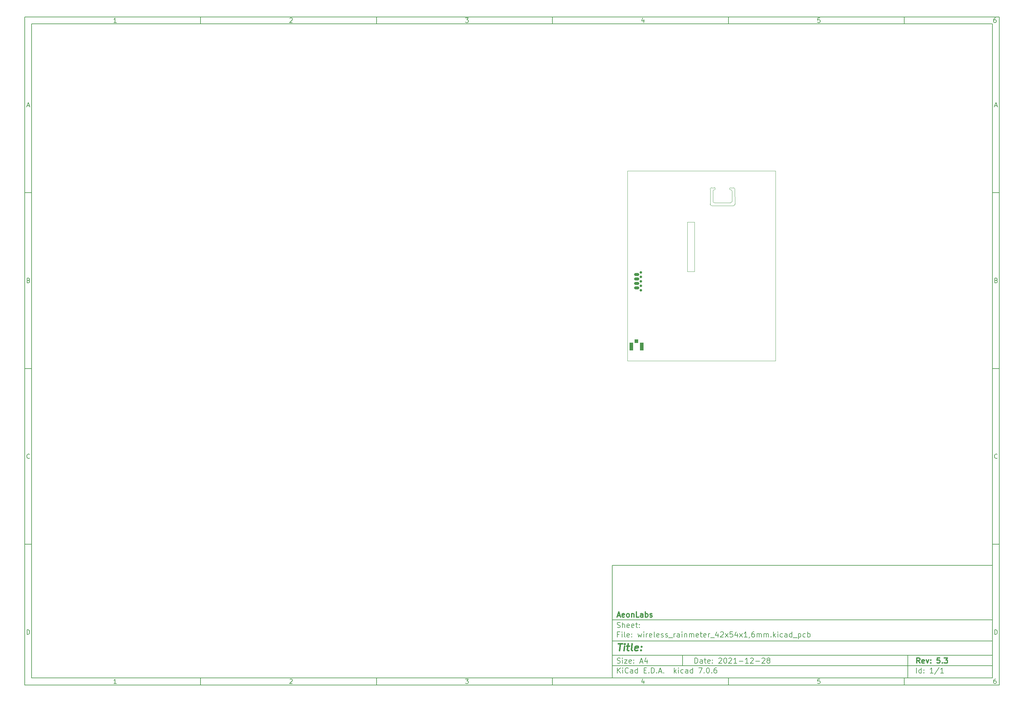
<source format=gbr>
G04 #@! TF.GenerationSoftware,KiCad,Pcbnew,7.0.6*
G04 #@! TF.CreationDate,2023-07-10T12:59:01+01:00*
G04 #@! TF.ProjectId,wireless_rainmeter_42x54x1_6mm,77697265-6c65-4737-935f-7261696e6d65,5.3*
G04 #@! TF.SameCoordinates,Original*
G04 #@! TF.FileFunction,Soldermask,Bot*
G04 #@! TF.FilePolarity,Negative*
%FSLAX46Y46*%
G04 Gerber Fmt 4.6, Leading zero omitted, Abs format (unit mm)*
G04 Created by KiCad (PCBNEW 7.0.6) date 2023-07-10 12:59:01*
%MOMM*%
%LPD*%
G01*
G04 APERTURE LIST*
%ADD10C,0.100000*%
%ADD11C,0.150000*%
%ADD12C,0.300000*%
%ADD13C,0.400000*%
%ADD14O,1.500000X0.800000*%
%ADD15C,0.700000*%
%ADD16R,1.050000X1.100000*%
%ADD17R,1.100000X2.250000*%
G04 #@! TA.AperFunction,Profile*
%ADD18C,0.100000*%
G04 #@! TD*
G04 APERTURE END LIST*
D10*
D11*
X177002200Y-166007200D02*
X285002200Y-166007200D01*
X285002200Y-198007200D01*
X177002200Y-198007200D01*
X177002200Y-166007200D01*
D10*
D11*
X10000000Y-10000000D02*
X287002200Y-10000000D01*
X287002200Y-200007200D01*
X10000000Y-200007200D01*
X10000000Y-10000000D01*
D10*
D11*
X12000000Y-12000000D02*
X285002200Y-12000000D01*
X285002200Y-198007200D01*
X12000000Y-198007200D01*
X12000000Y-12000000D01*
D10*
D11*
X60000000Y-12000000D02*
X60000000Y-10000000D01*
D10*
D11*
X110000000Y-12000000D02*
X110000000Y-10000000D01*
D10*
D11*
X160000000Y-12000000D02*
X160000000Y-10000000D01*
D10*
D11*
X210000000Y-12000000D02*
X210000000Y-10000000D01*
D10*
D11*
X260000000Y-12000000D02*
X260000000Y-10000000D01*
D10*
D11*
X36089160Y-11593604D02*
X35346303Y-11593604D01*
X35717731Y-11593604D02*
X35717731Y-10293604D01*
X35717731Y-10293604D02*
X35593922Y-10479319D01*
X35593922Y-10479319D02*
X35470112Y-10603128D01*
X35470112Y-10603128D02*
X35346303Y-10665033D01*
D10*
D11*
X85346303Y-10417414D02*
X85408207Y-10355509D01*
X85408207Y-10355509D02*
X85532017Y-10293604D01*
X85532017Y-10293604D02*
X85841541Y-10293604D01*
X85841541Y-10293604D02*
X85965350Y-10355509D01*
X85965350Y-10355509D02*
X86027255Y-10417414D01*
X86027255Y-10417414D02*
X86089160Y-10541223D01*
X86089160Y-10541223D02*
X86089160Y-10665033D01*
X86089160Y-10665033D02*
X86027255Y-10850747D01*
X86027255Y-10850747D02*
X85284398Y-11593604D01*
X85284398Y-11593604D02*
X86089160Y-11593604D01*
D10*
D11*
X135284398Y-10293604D02*
X136089160Y-10293604D01*
X136089160Y-10293604D02*
X135655826Y-10788842D01*
X135655826Y-10788842D02*
X135841541Y-10788842D01*
X135841541Y-10788842D02*
X135965350Y-10850747D01*
X135965350Y-10850747D02*
X136027255Y-10912652D01*
X136027255Y-10912652D02*
X136089160Y-11036461D01*
X136089160Y-11036461D02*
X136089160Y-11345985D01*
X136089160Y-11345985D02*
X136027255Y-11469795D01*
X136027255Y-11469795D02*
X135965350Y-11531700D01*
X135965350Y-11531700D02*
X135841541Y-11593604D01*
X135841541Y-11593604D02*
X135470112Y-11593604D01*
X135470112Y-11593604D02*
X135346303Y-11531700D01*
X135346303Y-11531700D02*
X135284398Y-11469795D01*
D10*
D11*
X185965350Y-10726938D02*
X185965350Y-11593604D01*
X185655826Y-10231700D02*
X185346303Y-11160271D01*
X185346303Y-11160271D02*
X186151064Y-11160271D01*
D10*
D11*
X236027255Y-10293604D02*
X235408207Y-10293604D01*
X235408207Y-10293604D02*
X235346303Y-10912652D01*
X235346303Y-10912652D02*
X235408207Y-10850747D01*
X235408207Y-10850747D02*
X235532017Y-10788842D01*
X235532017Y-10788842D02*
X235841541Y-10788842D01*
X235841541Y-10788842D02*
X235965350Y-10850747D01*
X235965350Y-10850747D02*
X236027255Y-10912652D01*
X236027255Y-10912652D02*
X236089160Y-11036461D01*
X236089160Y-11036461D02*
X236089160Y-11345985D01*
X236089160Y-11345985D02*
X236027255Y-11469795D01*
X236027255Y-11469795D02*
X235965350Y-11531700D01*
X235965350Y-11531700D02*
X235841541Y-11593604D01*
X235841541Y-11593604D02*
X235532017Y-11593604D01*
X235532017Y-11593604D02*
X235408207Y-11531700D01*
X235408207Y-11531700D02*
X235346303Y-11469795D01*
D10*
D11*
X285965350Y-10293604D02*
X285717731Y-10293604D01*
X285717731Y-10293604D02*
X285593922Y-10355509D01*
X285593922Y-10355509D02*
X285532017Y-10417414D01*
X285532017Y-10417414D02*
X285408207Y-10603128D01*
X285408207Y-10603128D02*
X285346303Y-10850747D01*
X285346303Y-10850747D02*
X285346303Y-11345985D01*
X285346303Y-11345985D02*
X285408207Y-11469795D01*
X285408207Y-11469795D02*
X285470112Y-11531700D01*
X285470112Y-11531700D02*
X285593922Y-11593604D01*
X285593922Y-11593604D02*
X285841541Y-11593604D01*
X285841541Y-11593604D02*
X285965350Y-11531700D01*
X285965350Y-11531700D02*
X286027255Y-11469795D01*
X286027255Y-11469795D02*
X286089160Y-11345985D01*
X286089160Y-11345985D02*
X286089160Y-11036461D01*
X286089160Y-11036461D02*
X286027255Y-10912652D01*
X286027255Y-10912652D02*
X285965350Y-10850747D01*
X285965350Y-10850747D02*
X285841541Y-10788842D01*
X285841541Y-10788842D02*
X285593922Y-10788842D01*
X285593922Y-10788842D02*
X285470112Y-10850747D01*
X285470112Y-10850747D02*
X285408207Y-10912652D01*
X285408207Y-10912652D02*
X285346303Y-11036461D01*
D10*
D11*
X60000000Y-198007200D02*
X60000000Y-200007200D01*
D10*
D11*
X110000000Y-198007200D02*
X110000000Y-200007200D01*
D10*
D11*
X160000000Y-198007200D02*
X160000000Y-200007200D01*
D10*
D11*
X210000000Y-198007200D02*
X210000000Y-200007200D01*
D10*
D11*
X260000000Y-198007200D02*
X260000000Y-200007200D01*
D10*
D11*
X36089160Y-199600804D02*
X35346303Y-199600804D01*
X35717731Y-199600804D02*
X35717731Y-198300804D01*
X35717731Y-198300804D02*
X35593922Y-198486519D01*
X35593922Y-198486519D02*
X35470112Y-198610328D01*
X35470112Y-198610328D02*
X35346303Y-198672233D01*
D10*
D11*
X85346303Y-198424614D02*
X85408207Y-198362709D01*
X85408207Y-198362709D02*
X85532017Y-198300804D01*
X85532017Y-198300804D02*
X85841541Y-198300804D01*
X85841541Y-198300804D02*
X85965350Y-198362709D01*
X85965350Y-198362709D02*
X86027255Y-198424614D01*
X86027255Y-198424614D02*
X86089160Y-198548423D01*
X86089160Y-198548423D02*
X86089160Y-198672233D01*
X86089160Y-198672233D02*
X86027255Y-198857947D01*
X86027255Y-198857947D02*
X85284398Y-199600804D01*
X85284398Y-199600804D02*
X86089160Y-199600804D01*
D10*
D11*
X135284398Y-198300804D02*
X136089160Y-198300804D01*
X136089160Y-198300804D02*
X135655826Y-198796042D01*
X135655826Y-198796042D02*
X135841541Y-198796042D01*
X135841541Y-198796042D02*
X135965350Y-198857947D01*
X135965350Y-198857947D02*
X136027255Y-198919852D01*
X136027255Y-198919852D02*
X136089160Y-199043661D01*
X136089160Y-199043661D02*
X136089160Y-199353185D01*
X136089160Y-199353185D02*
X136027255Y-199476995D01*
X136027255Y-199476995D02*
X135965350Y-199538900D01*
X135965350Y-199538900D02*
X135841541Y-199600804D01*
X135841541Y-199600804D02*
X135470112Y-199600804D01*
X135470112Y-199600804D02*
X135346303Y-199538900D01*
X135346303Y-199538900D02*
X135284398Y-199476995D01*
D10*
D11*
X185965350Y-198734138D02*
X185965350Y-199600804D01*
X185655826Y-198238900D02*
X185346303Y-199167471D01*
X185346303Y-199167471D02*
X186151064Y-199167471D01*
D10*
D11*
X236027255Y-198300804D02*
X235408207Y-198300804D01*
X235408207Y-198300804D02*
X235346303Y-198919852D01*
X235346303Y-198919852D02*
X235408207Y-198857947D01*
X235408207Y-198857947D02*
X235532017Y-198796042D01*
X235532017Y-198796042D02*
X235841541Y-198796042D01*
X235841541Y-198796042D02*
X235965350Y-198857947D01*
X235965350Y-198857947D02*
X236027255Y-198919852D01*
X236027255Y-198919852D02*
X236089160Y-199043661D01*
X236089160Y-199043661D02*
X236089160Y-199353185D01*
X236089160Y-199353185D02*
X236027255Y-199476995D01*
X236027255Y-199476995D02*
X235965350Y-199538900D01*
X235965350Y-199538900D02*
X235841541Y-199600804D01*
X235841541Y-199600804D02*
X235532017Y-199600804D01*
X235532017Y-199600804D02*
X235408207Y-199538900D01*
X235408207Y-199538900D02*
X235346303Y-199476995D01*
D10*
D11*
X285965350Y-198300804D02*
X285717731Y-198300804D01*
X285717731Y-198300804D02*
X285593922Y-198362709D01*
X285593922Y-198362709D02*
X285532017Y-198424614D01*
X285532017Y-198424614D02*
X285408207Y-198610328D01*
X285408207Y-198610328D02*
X285346303Y-198857947D01*
X285346303Y-198857947D02*
X285346303Y-199353185D01*
X285346303Y-199353185D02*
X285408207Y-199476995D01*
X285408207Y-199476995D02*
X285470112Y-199538900D01*
X285470112Y-199538900D02*
X285593922Y-199600804D01*
X285593922Y-199600804D02*
X285841541Y-199600804D01*
X285841541Y-199600804D02*
X285965350Y-199538900D01*
X285965350Y-199538900D02*
X286027255Y-199476995D01*
X286027255Y-199476995D02*
X286089160Y-199353185D01*
X286089160Y-199353185D02*
X286089160Y-199043661D01*
X286089160Y-199043661D02*
X286027255Y-198919852D01*
X286027255Y-198919852D02*
X285965350Y-198857947D01*
X285965350Y-198857947D02*
X285841541Y-198796042D01*
X285841541Y-198796042D02*
X285593922Y-198796042D01*
X285593922Y-198796042D02*
X285470112Y-198857947D01*
X285470112Y-198857947D02*
X285408207Y-198919852D01*
X285408207Y-198919852D02*
X285346303Y-199043661D01*
D10*
D11*
X10000000Y-60000000D02*
X12000000Y-60000000D01*
D10*
D11*
X10000000Y-110000000D02*
X12000000Y-110000000D01*
D10*
D11*
X10000000Y-160000000D02*
X12000000Y-160000000D01*
D10*
D11*
X10690476Y-35222176D02*
X11309523Y-35222176D01*
X10566666Y-35593604D02*
X10999999Y-34293604D01*
X10999999Y-34293604D02*
X11433333Y-35593604D01*
D10*
D11*
X11092857Y-84912652D02*
X11278571Y-84974557D01*
X11278571Y-84974557D02*
X11340476Y-85036461D01*
X11340476Y-85036461D02*
X11402380Y-85160271D01*
X11402380Y-85160271D02*
X11402380Y-85345985D01*
X11402380Y-85345985D02*
X11340476Y-85469795D01*
X11340476Y-85469795D02*
X11278571Y-85531700D01*
X11278571Y-85531700D02*
X11154761Y-85593604D01*
X11154761Y-85593604D02*
X10659523Y-85593604D01*
X10659523Y-85593604D02*
X10659523Y-84293604D01*
X10659523Y-84293604D02*
X11092857Y-84293604D01*
X11092857Y-84293604D02*
X11216666Y-84355509D01*
X11216666Y-84355509D02*
X11278571Y-84417414D01*
X11278571Y-84417414D02*
X11340476Y-84541223D01*
X11340476Y-84541223D02*
X11340476Y-84665033D01*
X11340476Y-84665033D02*
X11278571Y-84788842D01*
X11278571Y-84788842D02*
X11216666Y-84850747D01*
X11216666Y-84850747D02*
X11092857Y-84912652D01*
X11092857Y-84912652D02*
X10659523Y-84912652D01*
D10*
D11*
X11402380Y-135469795D02*
X11340476Y-135531700D01*
X11340476Y-135531700D02*
X11154761Y-135593604D01*
X11154761Y-135593604D02*
X11030952Y-135593604D01*
X11030952Y-135593604D02*
X10845238Y-135531700D01*
X10845238Y-135531700D02*
X10721428Y-135407890D01*
X10721428Y-135407890D02*
X10659523Y-135284080D01*
X10659523Y-135284080D02*
X10597619Y-135036461D01*
X10597619Y-135036461D02*
X10597619Y-134850747D01*
X10597619Y-134850747D02*
X10659523Y-134603128D01*
X10659523Y-134603128D02*
X10721428Y-134479319D01*
X10721428Y-134479319D02*
X10845238Y-134355509D01*
X10845238Y-134355509D02*
X11030952Y-134293604D01*
X11030952Y-134293604D02*
X11154761Y-134293604D01*
X11154761Y-134293604D02*
X11340476Y-134355509D01*
X11340476Y-134355509D02*
X11402380Y-134417414D01*
D10*
D11*
X10659523Y-185593604D02*
X10659523Y-184293604D01*
X10659523Y-184293604D02*
X10969047Y-184293604D01*
X10969047Y-184293604D02*
X11154761Y-184355509D01*
X11154761Y-184355509D02*
X11278571Y-184479319D01*
X11278571Y-184479319D02*
X11340476Y-184603128D01*
X11340476Y-184603128D02*
X11402380Y-184850747D01*
X11402380Y-184850747D02*
X11402380Y-185036461D01*
X11402380Y-185036461D02*
X11340476Y-185284080D01*
X11340476Y-185284080D02*
X11278571Y-185407890D01*
X11278571Y-185407890D02*
X11154761Y-185531700D01*
X11154761Y-185531700D02*
X10969047Y-185593604D01*
X10969047Y-185593604D02*
X10659523Y-185593604D01*
D10*
D11*
X287002200Y-60000000D02*
X285002200Y-60000000D01*
D10*
D11*
X287002200Y-110000000D02*
X285002200Y-110000000D01*
D10*
D11*
X287002200Y-160000000D02*
X285002200Y-160000000D01*
D10*
D11*
X285692676Y-35222176D02*
X286311723Y-35222176D01*
X285568866Y-35593604D02*
X286002199Y-34293604D01*
X286002199Y-34293604D02*
X286435533Y-35593604D01*
D10*
D11*
X286095057Y-84912652D02*
X286280771Y-84974557D01*
X286280771Y-84974557D02*
X286342676Y-85036461D01*
X286342676Y-85036461D02*
X286404580Y-85160271D01*
X286404580Y-85160271D02*
X286404580Y-85345985D01*
X286404580Y-85345985D02*
X286342676Y-85469795D01*
X286342676Y-85469795D02*
X286280771Y-85531700D01*
X286280771Y-85531700D02*
X286156961Y-85593604D01*
X286156961Y-85593604D02*
X285661723Y-85593604D01*
X285661723Y-85593604D02*
X285661723Y-84293604D01*
X285661723Y-84293604D02*
X286095057Y-84293604D01*
X286095057Y-84293604D02*
X286218866Y-84355509D01*
X286218866Y-84355509D02*
X286280771Y-84417414D01*
X286280771Y-84417414D02*
X286342676Y-84541223D01*
X286342676Y-84541223D02*
X286342676Y-84665033D01*
X286342676Y-84665033D02*
X286280771Y-84788842D01*
X286280771Y-84788842D02*
X286218866Y-84850747D01*
X286218866Y-84850747D02*
X286095057Y-84912652D01*
X286095057Y-84912652D02*
X285661723Y-84912652D01*
D10*
D11*
X286404580Y-135469795D02*
X286342676Y-135531700D01*
X286342676Y-135531700D02*
X286156961Y-135593604D01*
X286156961Y-135593604D02*
X286033152Y-135593604D01*
X286033152Y-135593604D02*
X285847438Y-135531700D01*
X285847438Y-135531700D02*
X285723628Y-135407890D01*
X285723628Y-135407890D02*
X285661723Y-135284080D01*
X285661723Y-135284080D02*
X285599819Y-135036461D01*
X285599819Y-135036461D02*
X285599819Y-134850747D01*
X285599819Y-134850747D02*
X285661723Y-134603128D01*
X285661723Y-134603128D02*
X285723628Y-134479319D01*
X285723628Y-134479319D02*
X285847438Y-134355509D01*
X285847438Y-134355509D02*
X286033152Y-134293604D01*
X286033152Y-134293604D02*
X286156961Y-134293604D01*
X286156961Y-134293604D02*
X286342676Y-134355509D01*
X286342676Y-134355509D02*
X286404580Y-134417414D01*
D10*
D11*
X285661723Y-185593604D02*
X285661723Y-184293604D01*
X285661723Y-184293604D02*
X285971247Y-184293604D01*
X285971247Y-184293604D02*
X286156961Y-184355509D01*
X286156961Y-184355509D02*
X286280771Y-184479319D01*
X286280771Y-184479319D02*
X286342676Y-184603128D01*
X286342676Y-184603128D02*
X286404580Y-184850747D01*
X286404580Y-184850747D02*
X286404580Y-185036461D01*
X286404580Y-185036461D02*
X286342676Y-185284080D01*
X286342676Y-185284080D02*
X286280771Y-185407890D01*
X286280771Y-185407890D02*
X286156961Y-185531700D01*
X286156961Y-185531700D02*
X285971247Y-185593604D01*
X285971247Y-185593604D02*
X285661723Y-185593604D01*
D10*
D11*
X200458026Y-193793328D02*
X200458026Y-192293328D01*
X200458026Y-192293328D02*
X200815169Y-192293328D01*
X200815169Y-192293328D02*
X201029455Y-192364757D01*
X201029455Y-192364757D02*
X201172312Y-192507614D01*
X201172312Y-192507614D02*
X201243741Y-192650471D01*
X201243741Y-192650471D02*
X201315169Y-192936185D01*
X201315169Y-192936185D02*
X201315169Y-193150471D01*
X201315169Y-193150471D02*
X201243741Y-193436185D01*
X201243741Y-193436185D02*
X201172312Y-193579042D01*
X201172312Y-193579042D02*
X201029455Y-193721900D01*
X201029455Y-193721900D02*
X200815169Y-193793328D01*
X200815169Y-193793328D02*
X200458026Y-193793328D01*
X202600884Y-193793328D02*
X202600884Y-193007614D01*
X202600884Y-193007614D02*
X202529455Y-192864757D01*
X202529455Y-192864757D02*
X202386598Y-192793328D01*
X202386598Y-192793328D02*
X202100884Y-192793328D01*
X202100884Y-192793328D02*
X201958026Y-192864757D01*
X202600884Y-193721900D02*
X202458026Y-193793328D01*
X202458026Y-193793328D02*
X202100884Y-193793328D01*
X202100884Y-193793328D02*
X201958026Y-193721900D01*
X201958026Y-193721900D02*
X201886598Y-193579042D01*
X201886598Y-193579042D02*
X201886598Y-193436185D01*
X201886598Y-193436185D02*
X201958026Y-193293328D01*
X201958026Y-193293328D02*
X202100884Y-193221900D01*
X202100884Y-193221900D02*
X202458026Y-193221900D01*
X202458026Y-193221900D02*
X202600884Y-193150471D01*
X203100884Y-192793328D02*
X203672312Y-192793328D01*
X203315169Y-192293328D02*
X203315169Y-193579042D01*
X203315169Y-193579042D02*
X203386598Y-193721900D01*
X203386598Y-193721900D02*
X203529455Y-193793328D01*
X203529455Y-193793328D02*
X203672312Y-193793328D01*
X204743741Y-193721900D02*
X204600884Y-193793328D01*
X204600884Y-193793328D02*
X204315170Y-193793328D01*
X204315170Y-193793328D02*
X204172312Y-193721900D01*
X204172312Y-193721900D02*
X204100884Y-193579042D01*
X204100884Y-193579042D02*
X204100884Y-193007614D01*
X204100884Y-193007614D02*
X204172312Y-192864757D01*
X204172312Y-192864757D02*
X204315170Y-192793328D01*
X204315170Y-192793328D02*
X204600884Y-192793328D01*
X204600884Y-192793328D02*
X204743741Y-192864757D01*
X204743741Y-192864757D02*
X204815170Y-193007614D01*
X204815170Y-193007614D02*
X204815170Y-193150471D01*
X204815170Y-193150471D02*
X204100884Y-193293328D01*
X205458026Y-193650471D02*
X205529455Y-193721900D01*
X205529455Y-193721900D02*
X205458026Y-193793328D01*
X205458026Y-193793328D02*
X205386598Y-193721900D01*
X205386598Y-193721900D02*
X205458026Y-193650471D01*
X205458026Y-193650471D02*
X205458026Y-193793328D01*
X205458026Y-192864757D02*
X205529455Y-192936185D01*
X205529455Y-192936185D02*
X205458026Y-193007614D01*
X205458026Y-193007614D02*
X205386598Y-192936185D01*
X205386598Y-192936185D02*
X205458026Y-192864757D01*
X205458026Y-192864757D02*
X205458026Y-193007614D01*
X207243741Y-192436185D02*
X207315169Y-192364757D01*
X207315169Y-192364757D02*
X207458027Y-192293328D01*
X207458027Y-192293328D02*
X207815169Y-192293328D01*
X207815169Y-192293328D02*
X207958027Y-192364757D01*
X207958027Y-192364757D02*
X208029455Y-192436185D01*
X208029455Y-192436185D02*
X208100884Y-192579042D01*
X208100884Y-192579042D02*
X208100884Y-192721900D01*
X208100884Y-192721900D02*
X208029455Y-192936185D01*
X208029455Y-192936185D02*
X207172312Y-193793328D01*
X207172312Y-193793328D02*
X208100884Y-193793328D01*
X209029455Y-192293328D02*
X209172312Y-192293328D01*
X209172312Y-192293328D02*
X209315169Y-192364757D01*
X209315169Y-192364757D02*
X209386598Y-192436185D01*
X209386598Y-192436185D02*
X209458026Y-192579042D01*
X209458026Y-192579042D02*
X209529455Y-192864757D01*
X209529455Y-192864757D02*
X209529455Y-193221900D01*
X209529455Y-193221900D02*
X209458026Y-193507614D01*
X209458026Y-193507614D02*
X209386598Y-193650471D01*
X209386598Y-193650471D02*
X209315169Y-193721900D01*
X209315169Y-193721900D02*
X209172312Y-193793328D01*
X209172312Y-193793328D02*
X209029455Y-193793328D01*
X209029455Y-193793328D02*
X208886598Y-193721900D01*
X208886598Y-193721900D02*
X208815169Y-193650471D01*
X208815169Y-193650471D02*
X208743740Y-193507614D01*
X208743740Y-193507614D02*
X208672312Y-193221900D01*
X208672312Y-193221900D02*
X208672312Y-192864757D01*
X208672312Y-192864757D02*
X208743740Y-192579042D01*
X208743740Y-192579042D02*
X208815169Y-192436185D01*
X208815169Y-192436185D02*
X208886598Y-192364757D01*
X208886598Y-192364757D02*
X209029455Y-192293328D01*
X210100883Y-192436185D02*
X210172311Y-192364757D01*
X210172311Y-192364757D02*
X210315169Y-192293328D01*
X210315169Y-192293328D02*
X210672311Y-192293328D01*
X210672311Y-192293328D02*
X210815169Y-192364757D01*
X210815169Y-192364757D02*
X210886597Y-192436185D01*
X210886597Y-192436185D02*
X210958026Y-192579042D01*
X210958026Y-192579042D02*
X210958026Y-192721900D01*
X210958026Y-192721900D02*
X210886597Y-192936185D01*
X210886597Y-192936185D02*
X210029454Y-193793328D01*
X210029454Y-193793328D02*
X210958026Y-193793328D01*
X212386597Y-193793328D02*
X211529454Y-193793328D01*
X211958025Y-193793328D02*
X211958025Y-192293328D01*
X211958025Y-192293328D02*
X211815168Y-192507614D01*
X211815168Y-192507614D02*
X211672311Y-192650471D01*
X211672311Y-192650471D02*
X211529454Y-192721900D01*
X213029453Y-193221900D02*
X214172311Y-193221900D01*
X215672311Y-193793328D02*
X214815168Y-193793328D01*
X215243739Y-193793328D02*
X215243739Y-192293328D01*
X215243739Y-192293328D02*
X215100882Y-192507614D01*
X215100882Y-192507614D02*
X214958025Y-192650471D01*
X214958025Y-192650471D02*
X214815168Y-192721900D01*
X216243739Y-192436185D02*
X216315167Y-192364757D01*
X216315167Y-192364757D02*
X216458025Y-192293328D01*
X216458025Y-192293328D02*
X216815167Y-192293328D01*
X216815167Y-192293328D02*
X216958025Y-192364757D01*
X216958025Y-192364757D02*
X217029453Y-192436185D01*
X217029453Y-192436185D02*
X217100882Y-192579042D01*
X217100882Y-192579042D02*
X217100882Y-192721900D01*
X217100882Y-192721900D02*
X217029453Y-192936185D01*
X217029453Y-192936185D02*
X216172310Y-193793328D01*
X216172310Y-193793328D02*
X217100882Y-193793328D01*
X217743738Y-193221900D02*
X218886596Y-193221900D01*
X219529453Y-192436185D02*
X219600881Y-192364757D01*
X219600881Y-192364757D02*
X219743739Y-192293328D01*
X219743739Y-192293328D02*
X220100881Y-192293328D01*
X220100881Y-192293328D02*
X220243739Y-192364757D01*
X220243739Y-192364757D02*
X220315167Y-192436185D01*
X220315167Y-192436185D02*
X220386596Y-192579042D01*
X220386596Y-192579042D02*
X220386596Y-192721900D01*
X220386596Y-192721900D02*
X220315167Y-192936185D01*
X220315167Y-192936185D02*
X219458024Y-193793328D01*
X219458024Y-193793328D02*
X220386596Y-193793328D01*
X221243738Y-192936185D02*
X221100881Y-192864757D01*
X221100881Y-192864757D02*
X221029452Y-192793328D01*
X221029452Y-192793328D02*
X220958024Y-192650471D01*
X220958024Y-192650471D02*
X220958024Y-192579042D01*
X220958024Y-192579042D02*
X221029452Y-192436185D01*
X221029452Y-192436185D02*
X221100881Y-192364757D01*
X221100881Y-192364757D02*
X221243738Y-192293328D01*
X221243738Y-192293328D02*
X221529452Y-192293328D01*
X221529452Y-192293328D02*
X221672310Y-192364757D01*
X221672310Y-192364757D02*
X221743738Y-192436185D01*
X221743738Y-192436185D02*
X221815167Y-192579042D01*
X221815167Y-192579042D02*
X221815167Y-192650471D01*
X221815167Y-192650471D02*
X221743738Y-192793328D01*
X221743738Y-192793328D02*
X221672310Y-192864757D01*
X221672310Y-192864757D02*
X221529452Y-192936185D01*
X221529452Y-192936185D02*
X221243738Y-192936185D01*
X221243738Y-192936185D02*
X221100881Y-193007614D01*
X221100881Y-193007614D02*
X221029452Y-193079042D01*
X221029452Y-193079042D02*
X220958024Y-193221900D01*
X220958024Y-193221900D02*
X220958024Y-193507614D01*
X220958024Y-193507614D02*
X221029452Y-193650471D01*
X221029452Y-193650471D02*
X221100881Y-193721900D01*
X221100881Y-193721900D02*
X221243738Y-193793328D01*
X221243738Y-193793328D02*
X221529452Y-193793328D01*
X221529452Y-193793328D02*
X221672310Y-193721900D01*
X221672310Y-193721900D02*
X221743738Y-193650471D01*
X221743738Y-193650471D02*
X221815167Y-193507614D01*
X221815167Y-193507614D02*
X221815167Y-193221900D01*
X221815167Y-193221900D02*
X221743738Y-193079042D01*
X221743738Y-193079042D02*
X221672310Y-193007614D01*
X221672310Y-193007614D02*
X221529452Y-192936185D01*
D10*
D11*
X177002200Y-194507200D02*
X285002200Y-194507200D01*
D10*
D11*
X178458026Y-196593328D02*
X178458026Y-195093328D01*
X179315169Y-196593328D02*
X178672312Y-195736185D01*
X179315169Y-195093328D02*
X178458026Y-195950471D01*
X179958026Y-196593328D02*
X179958026Y-195593328D01*
X179958026Y-195093328D02*
X179886598Y-195164757D01*
X179886598Y-195164757D02*
X179958026Y-195236185D01*
X179958026Y-195236185D02*
X180029455Y-195164757D01*
X180029455Y-195164757D02*
X179958026Y-195093328D01*
X179958026Y-195093328D02*
X179958026Y-195236185D01*
X181529455Y-196450471D02*
X181458027Y-196521900D01*
X181458027Y-196521900D02*
X181243741Y-196593328D01*
X181243741Y-196593328D02*
X181100884Y-196593328D01*
X181100884Y-196593328D02*
X180886598Y-196521900D01*
X180886598Y-196521900D02*
X180743741Y-196379042D01*
X180743741Y-196379042D02*
X180672312Y-196236185D01*
X180672312Y-196236185D02*
X180600884Y-195950471D01*
X180600884Y-195950471D02*
X180600884Y-195736185D01*
X180600884Y-195736185D02*
X180672312Y-195450471D01*
X180672312Y-195450471D02*
X180743741Y-195307614D01*
X180743741Y-195307614D02*
X180886598Y-195164757D01*
X180886598Y-195164757D02*
X181100884Y-195093328D01*
X181100884Y-195093328D02*
X181243741Y-195093328D01*
X181243741Y-195093328D02*
X181458027Y-195164757D01*
X181458027Y-195164757D02*
X181529455Y-195236185D01*
X182815170Y-196593328D02*
X182815170Y-195807614D01*
X182815170Y-195807614D02*
X182743741Y-195664757D01*
X182743741Y-195664757D02*
X182600884Y-195593328D01*
X182600884Y-195593328D02*
X182315170Y-195593328D01*
X182315170Y-195593328D02*
X182172312Y-195664757D01*
X182815170Y-196521900D02*
X182672312Y-196593328D01*
X182672312Y-196593328D02*
X182315170Y-196593328D01*
X182315170Y-196593328D02*
X182172312Y-196521900D01*
X182172312Y-196521900D02*
X182100884Y-196379042D01*
X182100884Y-196379042D02*
X182100884Y-196236185D01*
X182100884Y-196236185D02*
X182172312Y-196093328D01*
X182172312Y-196093328D02*
X182315170Y-196021900D01*
X182315170Y-196021900D02*
X182672312Y-196021900D01*
X182672312Y-196021900D02*
X182815170Y-195950471D01*
X184172313Y-196593328D02*
X184172313Y-195093328D01*
X184172313Y-196521900D02*
X184029455Y-196593328D01*
X184029455Y-196593328D02*
X183743741Y-196593328D01*
X183743741Y-196593328D02*
X183600884Y-196521900D01*
X183600884Y-196521900D02*
X183529455Y-196450471D01*
X183529455Y-196450471D02*
X183458027Y-196307614D01*
X183458027Y-196307614D02*
X183458027Y-195879042D01*
X183458027Y-195879042D02*
X183529455Y-195736185D01*
X183529455Y-195736185D02*
X183600884Y-195664757D01*
X183600884Y-195664757D02*
X183743741Y-195593328D01*
X183743741Y-195593328D02*
X184029455Y-195593328D01*
X184029455Y-195593328D02*
X184172313Y-195664757D01*
X186029455Y-195807614D02*
X186529455Y-195807614D01*
X186743741Y-196593328D02*
X186029455Y-196593328D01*
X186029455Y-196593328D02*
X186029455Y-195093328D01*
X186029455Y-195093328D02*
X186743741Y-195093328D01*
X187386598Y-196450471D02*
X187458027Y-196521900D01*
X187458027Y-196521900D02*
X187386598Y-196593328D01*
X187386598Y-196593328D02*
X187315170Y-196521900D01*
X187315170Y-196521900D02*
X187386598Y-196450471D01*
X187386598Y-196450471D02*
X187386598Y-196593328D01*
X188100884Y-196593328D02*
X188100884Y-195093328D01*
X188100884Y-195093328D02*
X188458027Y-195093328D01*
X188458027Y-195093328D02*
X188672313Y-195164757D01*
X188672313Y-195164757D02*
X188815170Y-195307614D01*
X188815170Y-195307614D02*
X188886599Y-195450471D01*
X188886599Y-195450471D02*
X188958027Y-195736185D01*
X188958027Y-195736185D02*
X188958027Y-195950471D01*
X188958027Y-195950471D02*
X188886599Y-196236185D01*
X188886599Y-196236185D02*
X188815170Y-196379042D01*
X188815170Y-196379042D02*
X188672313Y-196521900D01*
X188672313Y-196521900D02*
X188458027Y-196593328D01*
X188458027Y-196593328D02*
X188100884Y-196593328D01*
X189600884Y-196450471D02*
X189672313Y-196521900D01*
X189672313Y-196521900D02*
X189600884Y-196593328D01*
X189600884Y-196593328D02*
X189529456Y-196521900D01*
X189529456Y-196521900D02*
X189600884Y-196450471D01*
X189600884Y-196450471D02*
X189600884Y-196593328D01*
X190243742Y-196164757D02*
X190958028Y-196164757D01*
X190100885Y-196593328D02*
X190600885Y-195093328D01*
X190600885Y-195093328D02*
X191100885Y-196593328D01*
X191600884Y-196450471D02*
X191672313Y-196521900D01*
X191672313Y-196521900D02*
X191600884Y-196593328D01*
X191600884Y-196593328D02*
X191529456Y-196521900D01*
X191529456Y-196521900D02*
X191600884Y-196450471D01*
X191600884Y-196450471D02*
X191600884Y-196593328D01*
X194600884Y-196593328D02*
X194600884Y-195093328D01*
X194743742Y-196021900D02*
X195172313Y-196593328D01*
X195172313Y-195593328D02*
X194600884Y-196164757D01*
X195815170Y-196593328D02*
X195815170Y-195593328D01*
X195815170Y-195093328D02*
X195743742Y-195164757D01*
X195743742Y-195164757D02*
X195815170Y-195236185D01*
X195815170Y-195236185D02*
X195886599Y-195164757D01*
X195886599Y-195164757D02*
X195815170Y-195093328D01*
X195815170Y-195093328D02*
X195815170Y-195236185D01*
X197172314Y-196521900D02*
X197029456Y-196593328D01*
X197029456Y-196593328D02*
X196743742Y-196593328D01*
X196743742Y-196593328D02*
X196600885Y-196521900D01*
X196600885Y-196521900D02*
X196529456Y-196450471D01*
X196529456Y-196450471D02*
X196458028Y-196307614D01*
X196458028Y-196307614D02*
X196458028Y-195879042D01*
X196458028Y-195879042D02*
X196529456Y-195736185D01*
X196529456Y-195736185D02*
X196600885Y-195664757D01*
X196600885Y-195664757D02*
X196743742Y-195593328D01*
X196743742Y-195593328D02*
X197029456Y-195593328D01*
X197029456Y-195593328D02*
X197172314Y-195664757D01*
X198458028Y-196593328D02*
X198458028Y-195807614D01*
X198458028Y-195807614D02*
X198386599Y-195664757D01*
X198386599Y-195664757D02*
X198243742Y-195593328D01*
X198243742Y-195593328D02*
X197958028Y-195593328D01*
X197958028Y-195593328D02*
X197815170Y-195664757D01*
X198458028Y-196521900D02*
X198315170Y-196593328D01*
X198315170Y-196593328D02*
X197958028Y-196593328D01*
X197958028Y-196593328D02*
X197815170Y-196521900D01*
X197815170Y-196521900D02*
X197743742Y-196379042D01*
X197743742Y-196379042D02*
X197743742Y-196236185D01*
X197743742Y-196236185D02*
X197815170Y-196093328D01*
X197815170Y-196093328D02*
X197958028Y-196021900D01*
X197958028Y-196021900D02*
X198315170Y-196021900D01*
X198315170Y-196021900D02*
X198458028Y-195950471D01*
X199815171Y-196593328D02*
X199815171Y-195093328D01*
X199815171Y-196521900D02*
X199672313Y-196593328D01*
X199672313Y-196593328D02*
X199386599Y-196593328D01*
X199386599Y-196593328D02*
X199243742Y-196521900D01*
X199243742Y-196521900D02*
X199172313Y-196450471D01*
X199172313Y-196450471D02*
X199100885Y-196307614D01*
X199100885Y-196307614D02*
X199100885Y-195879042D01*
X199100885Y-195879042D02*
X199172313Y-195736185D01*
X199172313Y-195736185D02*
X199243742Y-195664757D01*
X199243742Y-195664757D02*
X199386599Y-195593328D01*
X199386599Y-195593328D02*
X199672313Y-195593328D01*
X199672313Y-195593328D02*
X199815171Y-195664757D01*
X201529456Y-195093328D02*
X202529456Y-195093328D01*
X202529456Y-195093328D02*
X201886599Y-196593328D01*
X203100884Y-196450471D02*
X203172313Y-196521900D01*
X203172313Y-196521900D02*
X203100884Y-196593328D01*
X203100884Y-196593328D02*
X203029456Y-196521900D01*
X203029456Y-196521900D02*
X203100884Y-196450471D01*
X203100884Y-196450471D02*
X203100884Y-196593328D01*
X204100885Y-195093328D02*
X204243742Y-195093328D01*
X204243742Y-195093328D02*
X204386599Y-195164757D01*
X204386599Y-195164757D02*
X204458028Y-195236185D01*
X204458028Y-195236185D02*
X204529456Y-195379042D01*
X204529456Y-195379042D02*
X204600885Y-195664757D01*
X204600885Y-195664757D02*
X204600885Y-196021900D01*
X204600885Y-196021900D02*
X204529456Y-196307614D01*
X204529456Y-196307614D02*
X204458028Y-196450471D01*
X204458028Y-196450471D02*
X204386599Y-196521900D01*
X204386599Y-196521900D02*
X204243742Y-196593328D01*
X204243742Y-196593328D02*
X204100885Y-196593328D01*
X204100885Y-196593328D02*
X203958028Y-196521900D01*
X203958028Y-196521900D02*
X203886599Y-196450471D01*
X203886599Y-196450471D02*
X203815170Y-196307614D01*
X203815170Y-196307614D02*
X203743742Y-196021900D01*
X203743742Y-196021900D02*
X203743742Y-195664757D01*
X203743742Y-195664757D02*
X203815170Y-195379042D01*
X203815170Y-195379042D02*
X203886599Y-195236185D01*
X203886599Y-195236185D02*
X203958028Y-195164757D01*
X203958028Y-195164757D02*
X204100885Y-195093328D01*
X205243741Y-196450471D02*
X205315170Y-196521900D01*
X205315170Y-196521900D02*
X205243741Y-196593328D01*
X205243741Y-196593328D02*
X205172313Y-196521900D01*
X205172313Y-196521900D02*
X205243741Y-196450471D01*
X205243741Y-196450471D02*
X205243741Y-196593328D01*
X206600885Y-195093328D02*
X206315170Y-195093328D01*
X206315170Y-195093328D02*
X206172313Y-195164757D01*
X206172313Y-195164757D02*
X206100885Y-195236185D01*
X206100885Y-195236185D02*
X205958027Y-195450471D01*
X205958027Y-195450471D02*
X205886599Y-195736185D01*
X205886599Y-195736185D02*
X205886599Y-196307614D01*
X205886599Y-196307614D02*
X205958027Y-196450471D01*
X205958027Y-196450471D02*
X206029456Y-196521900D01*
X206029456Y-196521900D02*
X206172313Y-196593328D01*
X206172313Y-196593328D02*
X206458027Y-196593328D01*
X206458027Y-196593328D02*
X206600885Y-196521900D01*
X206600885Y-196521900D02*
X206672313Y-196450471D01*
X206672313Y-196450471D02*
X206743742Y-196307614D01*
X206743742Y-196307614D02*
X206743742Y-195950471D01*
X206743742Y-195950471D02*
X206672313Y-195807614D01*
X206672313Y-195807614D02*
X206600885Y-195736185D01*
X206600885Y-195736185D02*
X206458027Y-195664757D01*
X206458027Y-195664757D02*
X206172313Y-195664757D01*
X206172313Y-195664757D02*
X206029456Y-195736185D01*
X206029456Y-195736185D02*
X205958027Y-195807614D01*
X205958027Y-195807614D02*
X205886599Y-195950471D01*
D10*
D11*
X177002200Y-191507200D02*
X285002200Y-191507200D01*
D10*
D12*
X264413853Y-193785528D02*
X263913853Y-193071242D01*
X263556710Y-193785528D02*
X263556710Y-192285528D01*
X263556710Y-192285528D02*
X264128139Y-192285528D01*
X264128139Y-192285528D02*
X264270996Y-192356957D01*
X264270996Y-192356957D02*
X264342425Y-192428385D01*
X264342425Y-192428385D02*
X264413853Y-192571242D01*
X264413853Y-192571242D02*
X264413853Y-192785528D01*
X264413853Y-192785528D02*
X264342425Y-192928385D01*
X264342425Y-192928385D02*
X264270996Y-192999814D01*
X264270996Y-192999814D02*
X264128139Y-193071242D01*
X264128139Y-193071242D02*
X263556710Y-193071242D01*
X265628139Y-193714100D02*
X265485282Y-193785528D01*
X265485282Y-193785528D02*
X265199568Y-193785528D01*
X265199568Y-193785528D02*
X265056710Y-193714100D01*
X265056710Y-193714100D02*
X264985282Y-193571242D01*
X264985282Y-193571242D02*
X264985282Y-192999814D01*
X264985282Y-192999814D02*
X265056710Y-192856957D01*
X265056710Y-192856957D02*
X265199568Y-192785528D01*
X265199568Y-192785528D02*
X265485282Y-192785528D01*
X265485282Y-192785528D02*
X265628139Y-192856957D01*
X265628139Y-192856957D02*
X265699568Y-192999814D01*
X265699568Y-192999814D02*
X265699568Y-193142671D01*
X265699568Y-193142671D02*
X264985282Y-193285528D01*
X266199567Y-192785528D02*
X266556710Y-193785528D01*
X266556710Y-193785528D02*
X266913853Y-192785528D01*
X267485281Y-193642671D02*
X267556710Y-193714100D01*
X267556710Y-193714100D02*
X267485281Y-193785528D01*
X267485281Y-193785528D02*
X267413853Y-193714100D01*
X267413853Y-193714100D02*
X267485281Y-193642671D01*
X267485281Y-193642671D02*
X267485281Y-193785528D01*
X267485281Y-192856957D02*
X267556710Y-192928385D01*
X267556710Y-192928385D02*
X267485281Y-192999814D01*
X267485281Y-192999814D02*
X267413853Y-192928385D01*
X267413853Y-192928385D02*
X267485281Y-192856957D01*
X267485281Y-192856957D02*
X267485281Y-192999814D01*
X270056710Y-192285528D02*
X269342424Y-192285528D01*
X269342424Y-192285528D02*
X269270996Y-192999814D01*
X269270996Y-192999814D02*
X269342424Y-192928385D01*
X269342424Y-192928385D02*
X269485282Y-192856957D01*
X269485282Y-192856957D02*
X269842424Y-192856957D01*
X269842424Y-192856957D02*
X269985282Y-192928385D01*
X269985282Y-192928385D02*
X270056710Y-192999814D01*
X270056710Y-192999814D02*
X270128139Y-193142671D01*
X270128139Y-193142671D02*
X270128139Y-193499814D01*
X270128139Y-193499814D02*
X270056710Y-193642671D01*
X270056710Y-193642671D02*
X269985282Y-193714100D01*
X269985282Y-193714100D02*
X269842424Y-193785528D01*
X269842424Y-193785528D02*
X269485282Y-193785528D01*
X269485282Y-193785528D02*
X269342424Y-193714100D01*
X269342424Y-193714100D02*
X269270996Y-193642671D01*
X270770995Y-193642671D02*
X270842424Y-193714100D01*
X270842424Y-193714100D02*
X270770995Y-193785528D01*
X270770995Y-193785528D02*
X270699567Y-193714100D01*
X270699567Y-193714100D02*
X270770995Y-193642671D01*
X270770995Y-193642671D02*
X270770995Y-193785528D01*
X271342424Y-192285528D02*
X272270996Y-192285528D01*
X272270996Y-192285528D02*
X271770996Y-192856957D01*
X271770996Y-192856957D02*
X271985281Y-192856957D01*
X271985281Y-192856957D02*
X272128139Y-192928385D01*
X272128139Y-192928385D02*
X272199567Y-192999814D01*
X272199567Y-192999814D02*
X272270996Y-193142671D01*
X272270996Y-193142671D02*
X272270996Y-193499814D01*
X272270996Y-193499814D02*
X272199567Y-193642671D01*
X272199567Y-193642671D02*
X272128139Y-193714100D01*
X272128139Y-193714100D02*
X271985281Y-193785528D01*
X271985281Y-193785528D02*
X271556710Y-193785528D01*
X271556710Y-193785528D02*
X271413853Y-193714100D01*
X271413853Y-193714100D02*
X271342424Y-193642671D01*
D10*
D11*
X178386598Y-193721900D02*
X178600884Y-193793328D01*
X178600884Y-193793328D02*
X178958026Y-193793328D01*
X178958026Y-193793328D02*
X179100884Y-193721900D01*
X179100884Y-193721900D02*
X179172312Y-193650471D01*
X179172312Y-193650471D02*
X179243741Y-193507614D01*
X179243741Y-193507614D02*
X179243741Y-193364757D01*
X179243741Y-193364757D02*
X179172312Y-193221900D01*
X179172312Y-193221900D02*
X179100884Y-193150471D01*
X179100884Y-193150471D02*
X178958026Y-193079042D01*
X178958026Y-193079042D02*
X178672312Y-193007614D01*
X178672312Y-193007614D02*
X178529455Y-192936185D01*
X178529455Y-192936185D02*
X178458026Y-192864757D01*
X178458026Y-192864757D02*
X178386598Y-192721900D01*
X178386598Y-192721900D02*
X178386598Y-192579042D01*
X178386598Y-192579042D02*
X178458026Y-192436185D01*
X178458026Y-192436185D02*
X178529455Y-192364757D01*
X178529455Y-192364757D02*
X178672312Y-192293328D01*
X178672312Y-192293328D02*
X179029455Y-192293328D01*
X179029455Y-192293328D02*
X179243741Y-192364757D01*
X179886597Y-193793328D02*
X179886597Y-192793328D01*
X179886597Y-192293328D02*
X179815169Y-192364757D01*
X179815169Y-192364757D02*
X179886597Y-192436185D01*
X179886597Y-192436185D02*
X179958026Y-192364757D01*
X179958026Y-192364757D02*
X179886597Y-192293328D01*
X179886597Y-192293328D02*
X179886597Y-192436185D01*
X180458026Y-192793328D02*
X181243741Y-192793328D01*
X181243741Y-192793328D02*
X180458026Y-193793328D01*
X180458026Y-193793328D02*
X181243741Y-193793328D01*
X182386598Y-193721900D02*
X182243741Y-193793328D01*
X182243741Y-193793328D02*
X181958027Y-193793328D01*
X181958027Y-193793328D02*
X181815169Y-193721900D01*
X181815169Y-193721900D02*
X181743741Y-193579042D01*
X181743741Y-193579042D02*
X181743741Y-193007614D01*
X181743741Y-193007614D02*
X181815169Y-192864757D01*
X181815169Y-192864757D02*
X181958027Y-192793328D01*
X181958027Y-192793328D02*
X182243741Y-192793328D01*
X182243741Y-192793328D02*
X182386598Y-192864757D01*
X182386598Y-192864757D02*
X182458027Y-193007614D01*
X182458027Y-193007614D02*
X182458027Y-193150471D01*
X182458027Y-193150471D02*
X181743741Y-193293328D01*
X183100883Y-193650471D02*
X183172312Y-193721900D01*
X183172312Y-193721900D02*
X183100883Y-193793328D01*
X183100883Y-193793328D02*
X183029455Y-193721900D01*
X183029455Y-193721900D02*
X183100883Y-193650471D01*
X183100883Y-193650471D02*
X183100883Y-193793328D01*
X183100883Y-192864757D02*
X183172312Y-192936185D01*
X183172312Y-192936185D02*
X183100883Y-193007614D01*
X183100883Y-193007614D02*
X183029455Y-192936185D01*
X183029455Y-192936185D02*
X183100883Y-192864757D01*
X183100883Y-192864757D02*
X183100883Y-193007614D01*
X184886598Y-193364757D02*
X185600884Y-193364757D01*
X184743741Y-193793328D02*
X185243741Y-192293328D01*
X185243741Y-192293328D02*
X185743741Y-193793328D01*
X186886598Y-192793328D02*
X186886598Y-193793328D01*
X186529455Y-192221900D02*
X186172312Y-193293328D01*
X186172312Y-193293328D02*
X187100883Y-193293328D01*
D10*
D11*
X263458026Y-196593328D02*
X263458026Y-195093328D01*
X264815170Y-196593328D02*
X264815170Y-195093328D01*
X264815170Y-196521900D02*
X264672312Y-196593328D01*
X264672312Y-196593328D02*
X264386598Y-196593328D01*
X264386598Y-196593328D02*
X264243741Y-196521900D01*
X264243741Y-196521900D02*
X264172312Y-196450471D01*
X264172312Y-196450471D02*
X264100884Y-196307614D01*
X264100884Y-196307614D02*
X264100884Y-195879042D01*
X264100884Y-195879042D02*
X264172312Y-195736185D01*
X264172312Y-195736185D02*
X264243741Y-195664757D01*
X264243741Y-195664757D02*
X264386598Y-195593328D01*
X264386598Y-195593328D02*
X264672312Y-195593328D01*
X264672312Y-195593328D02*
X264815170Y-195664757D01*
X265529455Y-196450471D02*
X265600884Y-196521900D01*
X265600884Y-196521900D02*
X265529455Y-196593328D01*
X265529455Y-196593328D02*
X265458027Y-196521900D01*
X265458027Y-196521900D02*
X265529455Y-196450471D01*
X265529455Y-196450471D02*
X265529455Y-196593328D01*
X265529455Y-195664757D02*
X265600884Y-195736185D01*
X265600884Y-195736185D02*
X265529455Y-195807614D01*
X265529455Y-195807614D02*
X265458027Y-195736185D01*
X265458027Y-195736185D02*
X265529455Y-195664757D01*
X265529455Y-195664757D02*
X265529455Y-195807614D01*
X268172313Y-196593328D02*
X267315170Y-196593328D01*
X267743741Y-196593328D02*
X267743741Y-195093328D01*
X267743741Y-195093328D02*
X267600884Y-195307614D01*
X267600884Y-195307614D02*
X267458027Y-195450471D01*
X267458027Y-195450471D02*
X267315170Y-195521900D01*
X269886598Y-195021900D02*
X268600884Y-196950471D01*
X271172313Y-196593328D02*
X270315170Y-196593328D01*
X270743741Y-196593328D02*
X270743741Y-195093328D01*
X270743741Y-195093328D02*
X270600884Y-195307614D01*
X270600884Y-195307614D02*
X270458027Y-195450471D01*
X270458027Y-195450471D02*
X270315170Y-195521900D01*
D10*
D11*
X177002200Y-187507200D02*
X285002200Y-187507200D01*
D10*
D13*
X178693928Y-188211638D02*
X179836785Y-188211638D01*
X179015357Y-190211638D02*
X179265357Y-188211638D01*
X180253452Y-190211638D02*
X180420119Y-188878304D01*
X180503452Y-188211638D02*
X180396309Y-188306876D01*
X180396309Y-188306876D02*
X180479643Y-188402114D01*
X180479643Y-188402114D02*
X180586786Y-188306876D01*
X180586786Y-188306876D02*
X180503452Y-188211638D01*
X180503452Y-188211638D02*
X180479643Y-188402114D01*
X181086786Y-188878304D02*
X181848690Y-188878304D01*
X181455833Y-188211638D02*
X181241548Y-189925923D01*
X181241548Y-189925923D02*
X181312976Y-190116400D01*
X181312976Y-190116400D02*
X181491548Y-190211638D01*
X181491548Y-190211638D02*
X181682024Y-190211638D01*
X182634405Y-190211638D02*
X182455833Y-190116400D01*
X182455833Y-190116400D02*
X182384405Y-189925923D01*
X182384405Y-189925923D02*
X182598690Y-188211638D01*
X184170119Y-190116400D02*
X183967738Y-190211638D01*
X183967738Y-190211638D02*
X183586785Y-190211638D01*
X183586785Y-190211638D02*
X183408214Y-190116400D01*
X183408214Y-190116400D02*
X183336785Y-189925923D01*
X183336785Y-189925923D02*
X183432024Y-189164019D01*
X183432024Y-189164019D02*
X183551071Y-188973542D01*
X183551071Y-188973542D02*
X183753452Y-188878304D01*
X183753452Y-188878304D02*
X184134404Y-188878304D01*
X184134404Y-188878304D02*
X184312976Y-188973542D01*
X184312976Y-188973542D02*
X184384404Y-189164019D01*
X184384404Y-189164019D02*
X184360595Y-189354495D01*
X184360595Y-189354495D02*
X183384404Y-189544971D01*
X185134405Y-190021161D02*
X185217738Y-190116400D01*
X185217738Y-190116400D02*
X185110595Y-190211638D01*
X185110595Y-190211638D02*
X185027262Y-190116400D01*
X185027262Y-190116400D02*
X185134405Y-190021161D01*
X185134405Y-190021161D02*
X185110595Y-190211638D01*
X185265357Y-188973542D02*
X185348690Y-189068780D01*
X185348690Y-189068780D02*
X185241548Y-189164019D01*
X185241548Y-189164019D02*
X185158214Y-189068780D01*
X185158214Y-189068780D02*
X185265357Y-188973542D01*
X185265357Y-188973542D02*
X185241548Y-189164019D01*
D10*
D11*
X178958026Y-185607614D02*
X178458026Y-185607614D01*
X178458026Y-186393328D02*
X178458026Y-184893328D01*
X178458026Y-184893328D02*
X179172312Y-184893328D01*
X179743740Y-186393328D02*
X179743740Y-185393328D01*
X179743740Y-184893328D02*
X179672312Y-184964757D01*
X179672312Y-184964757D02*
X179743740Y-185036185D01*
X179743740Y-185036185D02*
X179815169Y-184964757D01*
X179815169Y-184964757D02*
X179743740Y-184893328D01*
X179743740Y-184893328D02*
X179743740Y-185036185D01*
X180672312Y-186393328D02*
X180529455Y-186321900D01*
X180529455Y-186321900D02*
X180458026Y-186179042D01*
X180458026Y-186179042D02*
X180458026Y-184893328D01*
X181815169Y-186321900D02*
X181672312Y-186393328D01*
X181672312Y-186393328D02*
X181386598Y-186393328D01*
X181386598Y-186393328D02*
X181243740Y-186321900D01*
X181243740Y-186321900D02*
X181172312Y-186179042D01*
X181172312Y-186179042D02*
X181172312Y-185607614D01*
X181172312Y-185607614D02*
X181243740Y-185464757D01*
X181243740Y-185464757D02*
X181386598Y-185393328D01*
X181386598Y-185393328D02*
X181672312Y-185393328D01*
X181672312Y-185393328D02*
X181815169Y-185464757D01*
X181815169Y-185464757D02*
X181886598Y-185607614D01*
X181886598Y-185607614D02*
X181886598Y-185750471D01*
X181886598Y-185750471D02*
X181172312Y-185893328D01*
X182529454Y-186250471D02*
X182600883Y-186321900D01*
X182600883Y-186321900D02*
X182529454Y-186393328D01*
X182529454Y-186393328D02*
X182458026Y-186321900D01*
X182458026Y-186321900D02*
X182529454Y-186250471D01*
X182529454Y-186250471D02*
X182529454Y-186393328D01*
X182529454Y-185464757D02*
X182600883Y-185536185D01*
X182600883Y-185536185D02*
X182529454Y-185607614D01*
X182529454Y-185607614D02*
X182458026Y-185536185D01*
X182458026Y-185536185D02*
X182529454Y-185464757D01*
X182529454Y-185464757D02*
X182529454Y-185607614D01*
X184243740Y-185393328D02*
X184529455Y-186393328D01*
X184529455Y-186393328D02*
X184815169Y-185679042D01*
X184815169Y-185679042D02*
X185100883Y-186393328D01*
X185100883Y-186393328D02*
X185386597Y-185393328D01*
X185958026Y-186393328D02*
X185958026Y-185393328D01*
X185958026Y-184893328D02*
X185886598Y-184964757D01*
X185886598Y-184964757D02*
X185958026Y-185036185D01*
X185958026Y-185036185D02*
X186029455Y-184964757D01*
X186029455Y-184964757D02*
X185958026Y-184893328D01*
X185958026Y-184893328D02*
X185958026Y-185036185D01*
X186672312Y-186393328D02*
X186672312Y-185393328D01*
X186672312Y-185679042D02*
X186743741Y-185536185D01*
X186743741Y-185536185D02*
X186815170Y-185464757D01*
X186815170Y-185464757D02*
X186958027Y-185393328D01*
X186958027Y-185393328D02*
X187100884Y-185393328D01*
X188172312Y-186321900D02*
X188029455Y-186393328D01*
X188029455Y-186393328D02*
X187743741Y-186393328D01*
X187743741Y-186393328D02*
X187600883Y-186321900D01*
X187600883Y-186321900D02*
X187529455Y-186179042D01*
X187529455Y-186179042D02*
X187529455Y-185607614D01*
X187529455Y-185607614D02*
X187600883Y-185464757D01*
X187600883Y-185464757D02*
X187743741Y-185393328D01*
X187743741Y-185393328D02*
X188029455Y-185393328D01*
X188029455Y-185393328D02*
X188172312Y-185464757D01*
X188172312Y-185464757D02*
X188243741Y-185607614D01*
X188243741Y-185607614D02*
X188243741Y-185750471D01*
X188243741Y-185750471D02*
X187529455Y-185893328D01*
X189100883Y-186393328D02*
X188958026Y-186321900D01*
X188958026Y-186321900D02*
X188886597Y-186179042D01*
X188886597Y-186179042D02*
X188886597Y-184893328D01*
X190243740Y-186321900D02*
X190100883Y-186393328D01*
X190100883Y-186393328D02*
X189815169Y-186393328D01*
X189815169Y-186393328D02*
X189672311Y-186321900D01*
X189672311Y-186321900D02*
X189600883Y-186179042D01*
X189600883Y-186179042D02*
X189600883Y-185607614D01*
X189600883Y-185607614D02*
X189672311Y-185464757D01*
X189672311Y-185464757D02*
X189815169Y-185393328D01*
X189815169Y-185393328D02*
X190100883Y-185393328D01*
X190100883Y-185393328D02*
X190243740Y-185464757D01*
X190243740Y-185464757D02*
X190315169Y-185607614D01*
X190315169Y-185607614D02*
X190315169Y-185750471D01*
X190315169Y-185750471D02*
X189600883Y-185893328D01*
X190886597Y-186321900D02*
X191029454Y-186393328D01*
X191029454Y-186393328D02*
X191315168Y-186393328D01*
X191315168Y-186393328D02*
X191458025Y-186321900D01*
X191458025Y-186321900D02*
X191529454Y-186179042D01*
X191529454Y-186179042D02*
X191529454Y-186107614D01*
X191529454Y-186107614D02*
X191458025Y-185964757D01*
X191458025Y-185964757D02*
X191315168Y-185893328D01*
X191315168Y-185893328D02*
X191100883Y-185893328D01*
X191100883Y-185893328D02*
X190958025Y-185821900D01*
X190958025Y-185821900D02*
X190886597Y-185679042D01*
X190886597Y-185679042D02*
X190886597Y-185607614D01*
X190886597Y-185607614D02*
X190958025Y-185464757D01*
X190958025Y-185464757D02*
X191100883Y-185393328D01*
X191100883Y-185393328D02*
X191315168Y-185393328D01*
X191315168Y-185393328D02*
X191458025Y-185464757D01*
X192100883Y-186321900D02*
X192243740Y-186393328D01*
X192243740Y-186393328D02*
X192529454Y-186393328D01*
X192529454Y-186393328D02*
X192672311Y-186321900D01*
X192672311Y-186321900D02*
X192743740Y-186179042D01*
X192743740Y-186179042D02*
X192743740Y-186107614D01*
X192743740Y-186107614D02*
X192672311Y-185964757D01*
X192672311Y-185964757D02*
X192529454Y-185893328D01*
X192529454Y-185893328D02*
X192315169Y-185893328D01*
X192315169Y-185893328D02*
X192172311Y-185821900D01*
X192172311Y-185821900D02*
X192100883Y-185679042D01*
X192100883Y-185679042D02*
X192100883Y-185607614D01*
X192100883Y-185607614D02*
X192172311Y-185464757D01*
X192172311Y-185464757D02*
X192315169Y-185393328D01*
X192315169Y-185393328D02*
X192529454Y-185393328D01*
X192529454Y-185393328D02*
X192672311Y-185464757D01*
X193029455Y-186536185D02*
X194172312Y-186536185D01*
X194529454Y-186393328D02*
X194529454Y-185393328D01*
X194529454Y-185679042D02*
X194600883Y-185536185D01*
X194600883Y-185536185D02*
X194672312Y-185464757D01*
X194672312Y-185464757D02*
X194815169Y-185393328D01*
X194815169Y-185393328D02*
X194958026Y-185393328D01*
X196100883Y-186393328D02*
X196100883Y-185607614D01*
X196100883Y-185607614D02*
X196029454Y-185464757D01*
X196029454Y-185464757D02*
X195886597Y-185393328D01*
X195886597Y-185393328D02*
X195600883Y-185393328D01*
X195600883Y-185393328D02*
X195458025Y-185464757D01*
X196100883Y-186321900D02*
X195958025Y-186393328D01*
X195958025Y-186393328D02*
X195600883Y-186393328D01*
X195600883Y-186393328D02*
X195458025Y-186321900D01*
X195458025Y-186321900D02*
X195386597Y-186179042D01*
X195386597Y-186179042D02*
X195386597Y-186036185D01*
X195386597Y-186036185D02*
X195458025Y-185893328D01*
X195458025Y-185893328D02*
X195600883Y-185821900D01*
X195600883Y-185821900D02*
X195958025Y-185821900D01*
X195958025Y-185821900D02*
X196100883Y-185750471D01*
X196815168Y-186393328D02*
X196815168Y-185393328D01*
X196815168Y-184893328D02*
X196743740Y-184964757D01*
X196743740Y-184964757D02*
X196815168Y-185036185D01*
X196815168Y-185036185D02*
X196886597Y-184964757D01*
X196886597Y-184964757D02*
X196815168Y-184893328D01*
X196815168Y-184893328D02*
X196815168Y-185036185D01*
X197529454Y-185393328D02*
X197529454Y-186393328D01*
X197529454Y-185536185D02*
X197600883Y-185464757D01*
X197600883Y-185464757D02*
X197743740Y-185393328D01*
X197743740Y-185393328D02*
X197958026Y-185393328D01*
X197958026Y-185393328D02*
X198100883Y-185464757D01*
X198100883Y-185464757D02*
X198172312Y-185607614D01*
X198172312Y-185607614D02*
X198172312Y-186393328D01*
X198886597Y-186393328D02*
X198886597Y-185393328D01*
X198886597Y-185536185D02*
X198958026Y-185464757D01*
X198958026Y-185464757D02*
X199100883Y-185393328D01*
X199100883Y-185393328D02*
X199315169Y-185393328D01*
X199315169Y-185393328D02*
X199458026Y-185464757D01*
X199458026Y-185464757D02*
X199529455Y-185607614D01*
X199529455Y-185607614D02*
X199529455Y-186393328D01*
X199529455Y-185607614D02*
X199600883Y-185464757D01*
X199600883Y-185464757D02*
X199743740Y-185393328D01*
X199743740Y-185393328D02*
X199958026Y-185393328D01*
X199958026Y-185393328D02*
X200100883Y-185464757D01*
X200100883Y-185464757D02*
X200172312Y-185607614D01*
X200172312Y-185607614D02*
X200172312Y-186393328D01*
X201458026Y-186321900D02*
X201315169Y-186393328D01*
X201315169Y-186393328D02*
X201029455Y-186393328D01*
X201029455Y-186393328D02*
X200886597Y-186321900D01*
X200886597Y-186321900D02*
X200815169Y-186179042D01*
X200815169Y-186179042D02*
X200815169Y-185607614D01*
X200815169Y-185607614D02*
X200886597Y-185464757D01*
X200886597Y-185464757D02*
X201029455Y-185393328D01*
X201029455Y-185393328D02*
X201315169Y-185393328D01*
X201315169Y-185393328D02*
X201458026Y-185464757D01*
X201458026Y-185464757D02*
X201529455Y-185607614D01*
X201529455Y-185607614D02*
X201529455Y-185750471D01*
X201529455Y-185750471D02*
X200815169Y-185893328D01*
X201958026Y-185393328D02*
X202529454Y-185393328D01*
X202172311Y-184893328D02*
X202172311Y-186179042D01*
X202172311Y-186179042D02*
X202243740Y-186321900D01*
X202243740Y-186321900D02*
X202386597Y-186393328D01*
X202386597Y-186393328D02*
X202529454Y-186393328D01*
X203600883Y-186321900D02*
X203458026Y-186393328D01*
X203458026Y-186393328D02*
X203172312Y-186393328D01*
X203172312Y-186393328D02*
X203029454Y-186321900D01*
X203029454Y-186321900D02*
X202958026Y-186179042D01*
X202958026Y-186179042D02*
X202958026Y-185607614D01*
X202958026Y-185607614D02*
X203029454Y-185464757D01*
X203029454Y-185464757D02*
X203172312Y-185393328D01*
X203172312Y-185393328D02*
X203458026Y-185393328D01*
X203458026Y-185393328D02*
X203600883Y-185464757D01*
X203600883Y-185464757D02*
X203672312Y-185607614D01*
X203672312Y-185607614D02*
X203672312Y-185750471D01*
X203672312Y-185750471D02*
X202958026Y-185893328D01*
X204315168Y-186393328D02*
X204315168Y-185393328D01*
X204315168Y-185679042D02*
X204386597Y-185536185D01*
X204386597Y-185536185D02*
X204458026Y-185464757D01*
X204458026Y-185464757D02*
X204600883Y-185393328D01*
X204600883Y-185393328D02*
X204743740Y-185393328D01*
X204886597Y-186536185D02*
X206029454Y-186536185D01*
X207029454Y-185393328D02*
X207029454Y-186393328D01*
X206672311Y-184821900D02*
X206315168Y-185893328D01*
X206315168Y-185893328D02*
X207243739Y-185893328D01*
X207743739Y-185036185D02*
X207815167Y-184964757D01*
X207815167Y-184964757D02*
X207958025Y-184893328D01*
X207958025Y-184893328D02*
X208315167Y-184893328D01*
X208315167Y-184893328D02*
X208458025Y-184964757D01*
X208458025Y-184964757D02*
X208529453Y-185036185D01*
X208529453Y-185036185D02*
X208600882Y-185179042D01*
X208600882Y-185179042D02*
X208600882Y-185321900D01*
X208600882Y-185321900D02*
X208529453Y-185536185D01*
X208529453Y-185536185D02*
X207672310Y-186393328D01*
X207672310Y-186393328D02*
X208600882Y-186393328D01*
X209100881Y-186393328D02*
X209886596Y-185393328D01*
X209100881Y-185393328D02*
X209886596Y-186393328D01*
X211172310Y-184893328D02*
X210458024Y-184893328D01*
X210458024Y-184893328D02*
X210386596Y-185607614D01*
X210386596Y-185607614D02*
X210458024Y-185536185D01*
X210458024Y-185536185D02*
X210600882Y-185464757D01*
X210600882Y-185464757D02*
X210958024Y-185464757D01*
X210958024Y-185464757D02*
X211100882Y-185536185D01*
X211100882Y-185536185D02*
X211172310Y-185607614D01*
X211172310Y-185607614D02*
X211243739Y-185750471D01*
X211243739Y-185750471D02*
X211243739Y-186107614D01*
X211243739Y-186107614D02*
X211172310Y-186250471D01*
X211172310Y-186250471D02*
X211100882Y-186321900D01*
X211100882Y-186321900D02*
X210958024Y-186393328D01*
X210958024Y-186393328D02*
X210600882Y-186393328D01*
X210600882Y-186393328D02*
X210458024Y-186321900D01*
X210458024Y-186321900D02*
X210386596Y-186250471D01*
X212529453Y-185393328D02*
X212529453Y-186393328D01*
X212172310Y-184821900D02*
X211815167Y-185893328D01*
X211815167Y-185893328D02*
X212743738Y-185893328D01*
X213172309Y-186393328D02*
X213958024Y-185393328D01*
X213172309Y-185393328D02*
X213958024Y-186393328D01*
X215315167Y-186393328D02*
X214458024Y-186393328D01*
X214886595Y-186393328D02*
X214886595Y-184893328D01*
X214886595Y-184893328D02*
X214743738Y-185107614D01*
X214743738Y-185107614D02*
X214600881Y-185250471D01*
X214600881Y-185250471D02*
X214458024Y-185321900D01*
X216029452Y-186321900D02*
X216029452Y-186393328D01*
X216029452Y-186393328D02*
X215958023Y-186536185D01*
X215958023Y-186536185D02*
X215886595Y-186607614D01*
X217315167Y-184893328D02*
X217029452Y-184893328D01*
X217029452Y-184893328D02*
X216886595Y-184964757D01*
X216886595Y-184964757D02*
X216815167Y-185036185D01*
X216815167Y-185036185D02*
X216672309Y-185250471D01*
X216672309Y-185250471D02*
X216600881Y-185536185D01*
X216600881Y-185536185D02*
X216600881Y-186107614D01*
X216600881Y-186107614D02*
X216672309Y-186250471D01*
X216672309Y-186250471D02*
X216743738Y-186321900D01*
X216743738Y-186321900D02*
X216886595Y-186393328D01*
X216886595Y-186393328D02*
X217172309Y-186393328D01*
X217172309Y-186393328D02*
X217315167Y-186321900D01*
X217315167Y-186321900D02*
X217386595Y-186250471D01*
X217386595Y-186250471D02*
X217458024Y-186107614D01*
X217458024Y-186107614D02*
X217458024Y-185750471D01*
X217458024Y-185750471D02*
X217386595Y-185607614D01*
X217386595Y-185607614D02*
X217315167Y-185536185D01*
X217315167Y-185536185D02*
X217172309Y-185464757D01*
X217172309Y-185464757D02*
X216886595Y-185464757D01*
X216886595Y-185464757D02*
X216743738Y-185536185D01*
X216743738Y-185536185D02*
X216672309Y-185607614D01*
X216672309Y-185607614D02*
X216600881Y-185750471D01*
X218100880Y-186393328D02*
X218100880Y-185393328D01*
X218100880Y-185536185D02*
X218172309Y-185464757D01*
X218172309Y-185464757D02*
X218315166Y-185393328D01*
X218315166Y-185393328D02*
X218529452Y-185393328D01*
X218529452Y-185393328D02*
X218672309Y-185464757D01*
X218672309Y-185464757D02*
X218743738Y-185607614D01*
X218743738Y-185607614D02*
X218743738Y-186393328D01*
X218743738Y-185607614D02*
X218815166Y-185464757D01*
X218815166Y-185464757D02*
X218958023Y-185393328D01*
X218958023Y-185393328D02*
X219172309Y-185393328D01*
X219172309Y-185393328D02*
X219315166Y-185464757D01*
X219315166Y-185464757D02*
X219386595Y-185607614D01*
X219386595Y-185607614D02*
X219386595Y-186393328D01*
X220100880Y-186393328D02*
X220100880Y-185393328D01*
X220100880Y-185536185D02*
X220172309Y-185464757D01*
X220172309Y-185464757D02*
X220315166Y-185393328D01*
X220315166Y-185393328D02*
X220529452Y-185393328D01*
X220529452Y-185393328D02*
X220672309Y-185464757D01*
X220672309Y-185464757D02*
X220743738Y-185607614D01*
X220743738Y-185607614D02*
X220743738Y-186393328D01*
X220743738Y-185607614D02*
X220815166Y-185464757D01*
X220815166Y-185464757D02*
X220958023Y-185393328D01*
X220958023Y-185393328D02*
X221172309Y-185393328D01*
X221172309Y-185393328D02*
X221315166Y-185464757D01*
X221315166Y-185464757D02*
X221386595Y-185607614D01*
X221386595Y-185607614D02*
X221386595Y-186393328D01*
X222100880Y-186250471D02*
X222172309Y-186321900D01*
X222172309Y-186321900D02*
X222100880Y-186393328D01*
X222100880Y-186393328D02*
X222029452Y-186321900D01*
X222029452Y-186321900D02*
X222100880Y-186250471D01*
X222100880Y-186250471D02*
X222100880Y-186393328D01*
X222815166Y-186393328D02*
X222815166Y-184893328D01*
X222958024Y-185821900D02*
X223386595Y-186393328D01*
X223386595Y-185393328D02*
X222815166Y-185964757D01*
X224029452Y-186393328D02*
X224029452Y-185393328D01*
X224029452Y-184893328D02*
X223958024Y-184964757D01*
X223958024Y-184964757D02*
X224029452Y-185036185D01*
X224029452Y-185036185D02*
X224100881Y-184964757D01*
X224100881Y-184964757D02*
X224029452Y-184893328D01*
X224029452Y-184893328D02*
X224029452Y-185036185D01*
X225386596Y-186321900D02*
X225243738Y-186393328D01*
X225243738Y-186393328D02*
X224958024Y-186393328D01*
X224958024Y-186393328D02*
X224815167Y-186321900D01*
X224815167Y-186321900D02*
X224743738Y-186250471D01*
X224743738Y-186250471D02*
X224672310Y-186107614D01*
X224672310Y-186107614D02*
X224672310Y-185679042D01*
X224672310Y-185679042D02*
X224743738Y-185536185D01*
X224743738Y-185536185D02*
X224815167Y-185464757D01*
X224815167Y-185464757D02*
X224958024Y-185393328D01*
X224958024Y-185393328D02*
X225243738Y-185393328D01*
X225243738Y-185393328D02*
X225386596Y-185464757D01*
X226672310Y-186393328D02*
X226672310Y-185607614D01*
X226672310Y-185607614D02*
X226600881Y-185464757D01*
X226600881Y-185464757D02*
X226458024Y-185393328D01*
X226458024Y-185393328D02*
X226172310Y-185393328D01*
X226172310Y-185393328D02*
X226029452Y-185464757D01*
X226672310Y-186321900D02*
X226529452Y-186393328D01*
X226529452Y-186393328D02*
X226172310Y-186393328D01*
X226172310Y-186393328D02*
X226029452Y-186321900D01*
X226029452Y-186321900D02*
X225958024Y-186179042D01*
X225958024Y-186179042D02*
X225958024Y-186036185D01*
X225958024Y-186036185D02*
X226029452Y-185893328D01*
X226029452Y-185893328D02*
X226172310Y-185821900D01*
X226172310Y-185821900D02*
X226529452Y-185821900D01*
X226529452Y-185821900D02*
X226672310Y-185750471D01*
X228029453Y-186393328D02*
X228029453Y-184893328D01*
X228029453Y-186321900D02*
X227886595Y-186393328D01*
X227886595Y-186393328D02*
X227600881Y-186393328D01*
X227600881Y-186393328D02*
X227458024Y-186321900D01*
X227458024Y-186321900D02*
X227386595Y-186250471D01*
X227386595Y-186250471D02*
X227315167Y-186107614D01*
X227315167Y-186107614D02*
X227315167Y-185679042D01*
X227315167Y-185679042D02*
X227386595Y-185536185D01*
X227386595Y-185536185D02*
X227458024Y-185464757D01*
X227458024Y-185464757D02*
X227600881Y-185393328D01*
X227600881Y-185393328D02*
X227886595Y-185393328D01*
X227886595Y-185393328D02*
X228029453Y-185464757D01*
X228386596Y-186536185D02*
X229529453Y-186536185D01*
X229886595Y-185393328D02*
X229886595Y-186893328D01*
X229886595Y-185464757D02*
X230029453Y-185393328D01*
X230029453Y-185393328D02*
X230315167Y-185393328D01*
X230315167Y-185393328D02*
X230458024Y-185464757D01*
X230458024Y-185464757D02*
X230529453Y-185536185D01*
X230529453Y-185536185D02*
X230600881Y-185679042D01*
X230600881Y-185679042D02*
X230600881Y-186107614D01*
X230600881Y-186107614D02*
X230529453Y-186250471D01*
X230529453Y-186250471D02*
X230458024Y-186321900D01*
X230458024Y-186321900D02*
X230315167Y-186393328D01*
X230315167Y-186393328D02*
X230029453Y-186393328D01*
X230029453Y-186393328D02*
X229886595Y-186321900D01*
X231886596Y-186321900D02*
X231743738Y-186393328D01*
X231743738Y-186393328D02*
X231458024Y-186393328D01*
X231458024Y-186393328D02*
X231315167Y-186321900D01*
X231315167Y-186321900D02*
X231243738Y-186250471D01*
X231243738Y-186250471D02*
X231172310Y-186107614D01*
X231172310Y-186107614D02*
X231172310Y-185679042D01*
X231172310Y-185679042D02*
X231243738Y-185536185D01*
X231243738Y-185536185D02*
X231315167Y-185464757D01*
X231315167Y-185464757D02*
X231458024Y-185393328D01*
X231458024Y-185393328D02*
X231743738Y-185393328D01*
X231743738Y-185393328D02*
X231886596Y-185464757D01*
X232529452Y-186393328D02*
X232529452Y-184893328D01*
X232529452Y-185464757D02*
X232672310Y-185393328D01*
X232672310Y-185393328D02*
X232958024Y-185393328D01*
X232958024Y-185393328D02*
X233100881Y-185464757D01*
X233100881Y-185464757D02*
X233172310Y-185536185D01*
X233172310Y-185536185D02*
X233243738Y-185679042D01*
X233243738Y-185679042D02*
X233243738Y-186107614D01*
X233243738Y-186107614D02*
X233172310Y-186250471D01*
X233172310Y-186250471D02*
X233100881Y-186321900D01*
X233100881Y-186321900D02*
X232958024Y-186393328D01*
X232958024Y-186393328D02*
X232672310Y-186393328D01*
X232672310Y-186393328D02*
X232529452Y-186321900D01*
D10*
D11*
X177002200Y-181507200D02*
X285002200Y-181507200D01*
D10*
D11*
X178386598Y-183621900D02*
X178600884Y-183693328D01*
X178600884Y-183693328D02*
X178958026Y-183693328D01*
X178958026Y-183693328D02*
X179100884Y-183621900D01*
X179100884Y-183621900D02*
X179172312Y-183550471D01*
X179172312Y-183550471D02*
X179243741Y-183407614D01*
X179243741Y-183407614D02*
X179243741Y-183264757D01*
X179243741Y-183264757D02*
X179172312Y-183121900D01*
X179172312Y-183121900D02*
X179100884Y-183050471D01*
X179100884Y-183050471D02*
X178958026Y-182979042D01*
X178958026Y-182979042D02*
X178672312Y-182907614D01*
X178672312Y-182907614D02*
X178529455Y-182836185D01*
X178529455Y-182836185D02*
X178458026Y-182764757D01*
X178458026Y-182764757D02*
X178386598Y-182621900D01*
X178386598Y-182621900D02*
X178386598Y-182479042D01*
X178386598Y-182479042D02*
X178458026Y-182336185D01*
X178458026Y-182336185D02*
X178529455Y-182264757D01*
X178529455Y-182264757D02*
X178672312Y-182193328D01*
X178672312Y-182193328D02*
X179029455Y-182193328D01*
X179029455Y-182193328D02*
X179243741Y-182264757D01*
X179886597Y-183693328D02*
X179886597Y-182193328D01*
X180529455Y-183693328D02*
X180529455Y-182907614D01*
X180529455Y-182907614D02*
X180458026Y-182764757D01*
X180458026Y-182764757D02*
X180315169Y-182693328D01*
X180315169Y-182693328D02*
X180100883Y-182693328D01*
X180100883Y-182693328D02*
X179958026Y-182764757D01*
X179958026Y-182764757D02*
X179886597Y-182836185D01*
X181815169Y-183621900D02*
X181672312Y-183693328D01*
X181672312Y-183693328D02*
X181386598Y-183693328D01*
X181386598Y-183693328D02*
X181243740Y-183621900D01*
X181243740Y-183621900D02*
X181172312Y-183479042D01*
X181172312Y-183479042D02*
X181172312Y-182907614D01*
X181172312Y-182907614D02*
X181243740Y-182764757D01*
X181243740Y-182764757D02*
X181386598Y-182693328D01*
X181386598Y-182693328D02*
X181672312Y-182693328D01*
X181672312Y-182693328D02*
X181815169Y-182764757D01*
X181815169Y-182764757D02*
X181886598Y-182907614D01*
X181886598Y-182907614D02*
X181886598Y-183050471D01*
X181886598Y-183050471D02*
X181172312Y-183193328D01*
X183100883Y-183621900D02*
X182958026Y-183693328D01*
X182958026Y-183693328D02*
X182672312Y-183693328D01*
X182672312Y-183693328D02*
X182529454Y-183621900D01*
X182529454Y-183621900D02*
X182458026Y-183479042D01*
X182458026Y-183479042D02*
X182458026Y-182907614D01*
X182458026Y-182907614D02*
X182529454Y-182764757D01*
X182529454Y-182764757D02*
X182672312Y-182693328D01*
X182672312Y-182693328D02*
X182958026Y-182693328D01*
X182958026Y-182693328D02*
X183100883Y-182764757D01*
X183100883Y-182764757D02*
X183172312Y-182907614D01*
X183172312Y-182907614D02*
X183172312Y-183050471D01*
X183172312Y-183050471D02*
X182458026Y-183193328D01*
X183600883Y-182693328D02*
X184172311Y-182693328D01*
X183815168Y-182193328D02*
X183815168Y-183479042D01*
X183815168Y-183479042D02*
X183886597Y-183621900D01*
X183886597Y-183621900D02*
X184029454Y-183693328D01*
X184029454Y-183693328D02*
X184172311Y-183693328D01*
X184672311Y-183550471D02*
X184743740Y-183621900D01*
X184743740Y-183621900D02*
X184672311Y-183693328D01*
X184672311Y-183693328D02*
X184600883Y-183621900D01*
X184600883Y-183621900D02*
X184672311Y-183550471D01*
X184672311Y-183550471D02*
X184672311Y-183693328D01*
X184672311Y-182764757D02*
X184743740Y-182836185D01*
X184743740Y-182836185D02*
X184672311Y-182907614D01*
X184672311Y-182907614D02*
X184600883Y-182836185D01*
X184600883Y-182836185D02*
X184672311Y-182764757D01*
X184672311Y-182764757D02*
X184672311Y-182907614D01*
D10*
D12*
X178485282Y-180256957D02*
X179199568Y-180256957D01*
X178342425Y-180685528D02*
X178842425Y-179185528D01*
X178842425Y-179185528D02*
X179342425Y-180685528D01*
X180413853Y-180614100D02*
X180270996Y-180685528D01*
X180270996Y-180685528D02*
X179985282Y-180685528D01*
X179985282Y-180685528D02*
X179842424Y-180614100D01*
X179842424Y-180614100D02*
X179770996Y-180471242D01*
X179770996Y-180471242D02*
X179770996Y-179899814D01*
X179770996Y-179899814D02*
X179842424Y-179756957D01*
X179842424Y-179756957D02*
X179985282Y-179685528D01*
X179985282Y-179685528D02*
X180270996Y-179685528D01*
X180270996Y-179685528D02*
X180413853Y-179756957D01*
X180413853Y-179756957D02*
X180485282Y-179899814D01*
X180485282Y-179899814D02*
X180485282Y-180042671D01*
X180485282Y-180042671D02*
X179770996Y-180185528D01*
X181342424Y-180685528D02*
X181199567Y-180614100D01*
X181199567Y-180614100D02*
X181128138Y-180542671D01*
X181128138Y-180542671D02*
X181056710Y-180399814D01*
X181056710Y-180399814D02*
X181056710Y-179971242D01*
X181056710Y-179971242D02*
X181128138Y-179828385D01*
X181128138Y-179828385D02*
X181199567Y-179756957D01*
X181199567Y-179756957D02*
X181342424Y-179685528D01*
X181342424Y-179685528D02*
X181556710Y-179685528D01*
X181556710Y-179685528D02*
X181699567Y-179756957D01*
X181699567Y-179756957D02*
X181770996Y-179828385D01*
X181770996Y-179828385D02*
X181842424Y-179971242D01*
X181842424Y-179971242D02*
X181842424Y-180399814D01*
X181842424Y-180399814D02*
X181770996Y-180542671D01*
X181770996Y-180542671D02*
X181699567Y-180614100D01*
X181699567Y-180614100D02*
X181556710Y-180685528D01*
X181556710Y-180685528D02*
X181342424Y-180685528D01*
X182485281Y-179685528D02*
X182485281Y-180685528D01*
X182485281Y-179828385D02*
X182556710Y-179756957D01*
X182556710Y-179756957D02*
X182699567Y-179685528D01*
X182699567Y-179685528D02*
X182913853Y-179685528D01*
X182913853Y-179685528D02*
X183056710Y-179756957D01*
X183056710Y-179756957D02*
X183128139Y-179899814D01*
X183128139Y-179899814D02*
X183128139Y-180685528D01*
X184556710Y-180685528D02*
X183842424Y-180685528D01*
X183842424Y-180685528D02*
X183842424Y-179185528D01*
X185699568Y-180685528D02*
X185699568Y-179899814D01*
X185699568Y-179899814D02*
X185628139Y-179756957D01*
X185628139Y-179756957D02*
X185485282Y-179685528D01*
X185485282Y-179685528D02*
X185199568Y-179685528D01*
X185199568Y-179685528D02*
X185056710Y-179756957D01*
X185699568Y-180614100D02*
X185556710Y-180685528D01*
X185556710Y-180685528D02*
X185199568Y-180685528D01*
X185199568Y-180685528D02*
X185056710Y-180614100D01*
X185056710Y-180614100D02*
X184985282Y-180471242D01*
X184985282Y-180471242D02*
X184985282Y-180328385D01*
X184985282Y-180328385D02*
X185056710Y-180185528D01*
X185056710Y-180185528D02*
X185199568Y-180114100D01*
X185199568Y-180114100D02*
X185556710Y-180114100D01*
X185556710Y-180114100D02*
X185699568Y-180042671D01*
X186413853Y-180685528D02*
X186413853Y-179185528D01*
X186413853Y-179756957D02*
X186556711Y-179685528D01*
X186556711Y-179685528D02*
X186842425Y-179685528D01*
X186842425Y-179685528D02*
X186985282Y-179756957D01*
X186985282Y-179756957D02*
X187056711Y-179828385D01*
X187056711Y-179828385D02*
X187128139Y-179971242D01*
X187128139Y-179971242D02*
X187128139Y-180399814D01*
X187128139Y-180399814D02*
X187056711Y-180542671D01*
X187056711Y-180542671D02*
X186985282Y-180614100D01*
X186985282Y-180614100D02*
X186842425Y-180685528D01*
X186842425Y-180685528D02*
X186556711Y-180685528D01*
X186556711Y-180685528D02*
X186413853Y-180614100D01*
X187699568Y-180614100D02*
X187842425Y-180685528D01*
X187842425Y-180685528D02*
X188128139Y-180685528D01*
X188128139Y-180685528D02*
X188270996Y-180614100D01*
X188270996Y-180614100D02*
X188342425Y-180471242D01*
X188342425Y-180471242D02*
X188342425Y-180399814D01*
X188342425Y-180399814D02*
X188270996Y-180256957D01*
X188270996Y-180256957D02*
X188128139Y-180185528D01*
X188128139Y-180185528D02*
X187913854Y-180185528D01*
X187913854Y-180185528D02*
X187770996Y-180114100D01*
X187770996Y-180114100D02*
X187699568Y-179971242D01*
X187699568Y-179971242D02*
X187699568Y-179899814D01*
X187699568Y-179899814D02*
X187770996Y-179756957D01*
X187770996Y-179756957D02*
X187913854Y-179685528D01*
X187913854Y-179685528D02*
X188128139Y-179685528D01*
X188128139Y-179685528D02*
X188270996Y-179756957D01*
D10*
D11*
D10*
D11*
D10*
D11*
D10*
D11*
D10*
D11*
X197002200Y-191507200D02*
X197002200Y-194507200D01*
D10*
D11*
X261002200Y-191507200D02*
X261002200Y-198007200D01*
D14*
G04 #@! TO.C,ICSP1*
X183969848Y-87089949D03*
X183969848Y-85819949D03*
X183969848Y-84549949D03*
X183969848Y-83279949D03*
D15*
X185124848Y-82644949D03*
X185124848Y-83914949D03*
X185124848Y-85184949D03*
X185124848Y-86454949D03*
X185124848Y-87724949D03*
G04 #@! TD*
D16*
G04 #@! TO.C,J20*
X183879848Y-102189949D03*
D17*
X185354848Y-103739949D03*
X182404848Y-103739949D03*
G04 #@! TD*
D18*
X181330000Y-53815000D02*
X223370000Y-53815000D01*
X223370000Y-107785000D01*
X181330000Y-107785000D01*
X181330000Y-53815000D01*
X198345000Y-68350000D02*
X200380000Y-68350000D01*
X200380000Y-82385000D01*
X198345000Y-82385000D01*
X198345000Y-68350000D01*
X205600519Y-59584758D02*
X205600032Y-62444758D01*
X211033304Y-59566912D02*
G75*
G03*
X210602743Y-59156914I-410438J54D01*
G01*
X211823450Y-58997244D02*
G75*
G03*
X211392986Y-58587246I-410784J-314D01*
G01*
X205600112Y-62444758D02*
G75*
G03*
X206030519Y-62854756I410387J-100D01*
G01*
X210612744Y-62857324D02*
G75*
G03*
X211022742Y-62426913I122J410366D01*
G01*
X211033230Y-59566912D02*
X211022743Y-62426913D01*
X205210002Y-58580443D02*
X206010000Y-58580000D01*
X211432344Y-63670126D02*
G75*
G03*
X211842343Y-63239586I22J410468D01*
G01*
X210612744Y-62857400D02*
X206030519Y-62854757D01*
X210602743Y-58582643D02*
G75*
G03*
X210602743Y-59156913I-24J-287135D01*
G01*
X211842343Y-63239586D02*
X211823473Y-58997244D01*
X205237169Y-63655789D02*
X211432344Y-63670073D01*
X206010000Y-59154270D02*
G75*
G03*
X206010000Y-58580000I-3J287135D01*
G01*
X205210002Y-58580461D02*
G75*
G03*
X204800003Y-59010930I-303J-410197D01*
G01*
X204806667Y-63245790D02*
G75*
G03*
X205237169Y-63655789I410232J-268D01*
G01*
X204800521Y-59010930D02*
X204806682Y-63245790D01*
X211392986Y-58587245D02*
X210602743Y-58582642D01*
X206010000Y-59154278D02*
G75*
G03*
X205600002Y-59584758I99J-410580D01*
G01*
M02*

</source>
